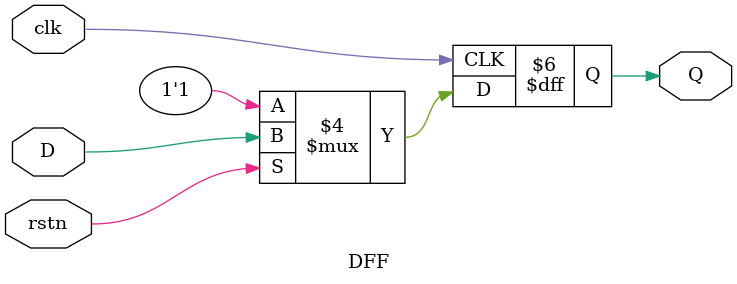
<source format=v>
`timescale 1ns / 1ps


module DFF(
        input       clk,
        input       rstn,  // active low reset
        input       D,
        output reg  Q
    );
    
    always @(posedge clk) begin
        if (~rstn) 
            Q <= 1'b1;
        else
            Q <= D;
    end
    
endmodule

</source>
